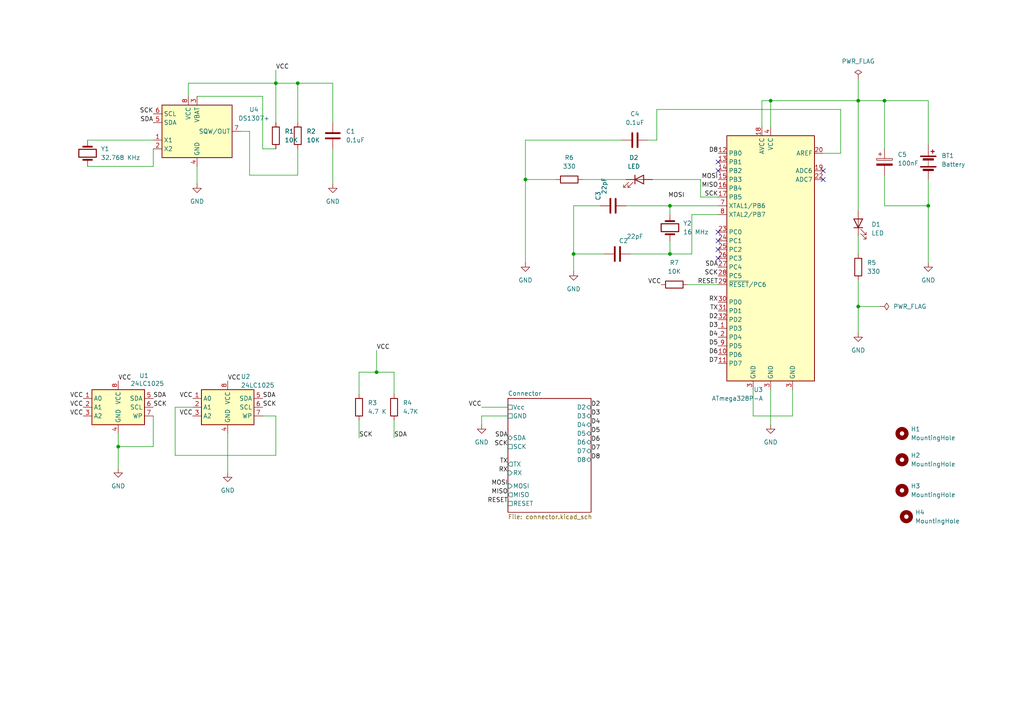
<source format=kicad_sch>
(kicad_sch (version 20231120) (generator "eeschema") (generator_version "8.0")
  (paper "A4")
  (lib_symbols
    (symbol "Device:Battery" (pin_numbers hide) (pin_names (offset 0) hide)
      (property "Reference" "BT" (at 2.54 2.54 0))
      (property "Value" "Battery" (at 2.54 0 0))
      (symbol "Battery_0_1"
        (rectangle (start -2.286 -1.27) (end 2.286 -1.524) (fill (type outline)))
        (rectangle (start -2.286 1.778) (end 2.286 1.524) (fill (type outline)))
        (rectangle (start -1.524 -2.032) (end 1.524 -2.54) (fill (type outline)))
        (rectangle (start -1.524 1.016) (end 1.524 0.508) (fill (type outline)))
        (polyline (pts (xy 0 -1.016) (xy 0 -0.762)))
        (polyline (pts (xy 0 -0.508) (xy 0 -0.254)))
        (polyline (pts (xy 0 0) (xy 0 0.254)))
        (polyline (pts (xy 0 1.778) (xy 0 2.54)))
        (polyline (pts (xy 0.762 3.048) (xy 1.778 3.048)) (stroke (width 0.254)))
        (polyline (pts (xy 1.27 3.556) (xy 1.27 2.54)) (stroke (width 0.254)))
      )
      (symbol "Battery_1_1"
        (pin passive line (at 0 5.08 270) (length 2.54) (name "+") (number "1"))
        (pin passive line (at 0 -5.08 90) (length 2.54) (name "-") (number "2"))
      )
    )
    (symbol "Device:C" (pin_numbers hide) (pin_names (offset 0.254))
      (property "Reference" "C" (at 0.635 2.54 0))
      (property "Value" "C" (at 0.635 -2.54 0))
      (symbol "C_0_1"
        (polyline (pts (xy -2.032 -0.762) (xy 2.032 -0.762)) (stroke (width 0.508)))
        (polyline (pts (xy -2.032 0.762) (xy 2.032 0.762)) (stroke (width 0.508)))
      )
      (symbol "C_1_1"
        (pin passive line (at 0 3.81 270) (length 2.794) (name "~") (number "1"))
        (pin passive line (at 0 -3.81 90) (length 2.794) (name "~") (number "2"))
      )
    )
    (symbol "Device:C_Polarized" (pin_numbers hide) (pin_names (offset 0.254))
      (property "Reference" "C" (at 0.635 2.54 0))
      (property "Value" "C_Polarized" (at 0.635 -2.54 0))
      (symbol "C_Polarized_0_1"
        (rectangle (start -2.286 0.508) (end 2.286 1.016))
        (polyline (pts (xy -1.778 2.286) (xy -0.762 2.286)))
        (polyline (pts (xy -1.27 2.794) (xy -1.27 1.778)))
        (rectangle (start 2.286 -0.508) (end -2.286 -1.016) (fill (type outline)))
      )
      (symbol "C_Polarized_1_1"
        (pin passive line (at 0 3.81 270) (length 2.794) (name "~") (number "1"))
        (pin passive line (at 0 -3.81 90) (length 2.794) (name "~") (number "2"))
      )
    )
    (symbol "Device:Crystal" (pin_numbers hide) (pin_names (offset 1.016) hide)
      (property "Reference" "Y" (at 0 3.81 0))
      (property "Value" "Crystal" (at 0 -3.81 0))
      (symbol "Crystal_0_1"
        (rectangle (start -1.143 2.54) (end 1.143 -2.54) (stroke (width 0.3048)))
        (polyline (pts (xy -2.54 0) (xy -1.905 0)))
        (polyline (pts (xy -1.905 -1.27) (xy -1.905 1.27)) (stroke (width 0.508)))
        (polyline (pts (xy 1.905 -1.27) (xy 1.905 1.27)) (stroke (width 0.508)))
        (polyline (pts (xy 2.54 0) (xy 1.905 0)))
      )
      (symbol "Crystal_1_1"
        (pin passive line (at -3.81 0 0) (length 1.27) (name "1") (number "1"))
        (pin passive line (at 3.81 0 180) (length 1.27) (name "2") (number "2"))
      )
    )
    (symbol "Device:LED" (pin_numbers hide) (pin_names (offset 1.016) hide)
      (property "Reference" "D" (at 0 2.54 0))
      (property "Value" "LED" (at 0 -2.54 0))
      (symbol "LED_0_1"
        (polyline (pts (xy -1.27 -1.27) (xy -1.27 1.27)) (stroke (width 0.254)))
        (polyline (pts (xy -1.27 0) (xy 1.27 0)))
        (polyline (pts (xy 1.27 -1.27) (xy 1.27 1.27) (xy -1.27 0) (xy 1.27 -1.27)) (stroke (width 0.254)))
        (polyline (pts (xy -3.048 -0.762) (xy -4.572 -2.286) (xy -3.81 -2.286) (xy -4.572 -2.286) (xy -4.572 -1.524)))
        (polyline (pts (xy -1.778 -0.762) (xy -3.302 -2.286) (xy -2.54 -2.286) (xy -3.302 -2.286) (xy -3.302 -1.524)))
      )
      (symbol "LED_1_1"
        (pin passive line (at -3.81 0 0) (length 2.54) (name "K") (number "1"))
        (pin passive line (at 3.81 0 180) (length 2.54) (name "A") (number "2"))
      )
    )
    (symbol "Device:R" (pin_numbers hide) (pin_names (offset 0))
      (property "Reference" "R" (at 2.032 0 90))
      (property "Value" "R" (at 0 0 90))
      (symbol "R_0_1"
        (rectangle (start -1.016 -2.54) (end 1.016 2.54) (stroke (width 0.254)))
      )
      (symbol "R_1_1"
        (pin passive line (at 0 3.81 270) (length 1.27) (name "~") (number "1"))
        (pin passive line (at 0 -3.81 90) (length 1.27) (name "~") (number "2"))
      )
    )
    (symbol "MCU_Microchip_ATmega:ATmega328P-A"
      (property "Reference" "U3" (at 2.1941 -38.1 0))
      (property "Value" "ATmega328P-A" (at 2.1941 -40.64 0))
      (symbol "ATmega328P-A_0_1"
        (rectangle (start -12.7 -35.56) (end 12.7 35.56) (stroke (width 0.254)) (fill (type background)))
      )
      (symbol "ATmega328P-A_1_1"
        (pin bidirectional line (at 15.24 -20.32 180) (length 2.54) (name "PD3") (number "1"))
        (pin bidirectional line (at 15.24 -27.94 180) (length 2.54) (name "PD6") (number "10"))
        (pin bidirectional line (at 15.24 -30.48 180) (length 2.54) (name "PD7") (number "11"))
        (pin bidirectional line (at 15.24 30.48 180) (length 2.54) (name "PB0") (number "12"))
        (pin bidirectional line (at 15.24 27.94 180) (length 2.54) (name "PB1") (number "13"))
        (pin bidirectional line (at 15.24 25.4 180) (length 2.54) (name "PB2") (number "14"))
        (pin bidirectional line (at 15.24 22.86 180) (length 2.54) (name "PB3") (number "15"))
        (pin bidirectional line (at 15.24 20.32 180) (length 2.54) (name "PB4") (number "16"))
        (pin bidirectional line (at 15.24 17.78 180) (length 2.54) (name "PB5") (number "17"))
        (pin power_in line (at 2.54 38.1 270) (length 2.54) (name "AVCC") (number "18"))
        (pin input line (at -15.24 25.4 0) (length 2.54) (name "ADC6") (number "19"))
        (pin bidirectional line (at 15.24 -22.86 180) (length 2.54) (name "PD4") (number "2"))
        (pin passive line (at -15.24 30.48 0) (length 2.54) (name "AREF") (number "20"))
        (pin passive line (at 0 -38.1 90) (length 2.54) hide (name "GND") (number "21"))
        (pin input line (at -15.24 22.86 0) (length 2.54) (name "ADC7") (number "22"))
        (pin bidirectional line (at 15.24 7.62 180) (length 2.54) (name "PC0") (number "23"))
        (pin bidirectional line (at 15.24 5.08 180) (length 2.54) (name "PC1") (number "24"))
        (pin bidirectional line (at 15.24 2.54 180) (length 2.54) (name "PC2") (number "25"))
        (pin bidirectional line (at 15.24 0 180) (length 2.54) (name "PC3") (number "26"))
        (pin bidirectional line (at 15.24 -2.54 180) (length 2.54) (name "PC4") (number "27"))
        (pin bidirectional line (at 15.24 -5.08 180) (length 2.54) (name "PC5") (number "28"))
        (pin bidirectional line (at 15.24 -7.62 180) (length 2.54) (name "~{RESET}/PC6") (number "29"))
        (pin power_in line (at -6.35 -38.1 90) (length 2.54) (name "GND") (number "3"))
        (pin power_in line (at 0 -38.1 90) (length 2.54) (name "GND") (number "3"))
        (pin power_in line (at 5.08 -38.1 90) (length 2.54) (name "GND") (number "3"))
        (pin bidirectional line (at 15.24 -12.7 180) (length 2.54) (name "PD0") (number "30"))
        (pin bidirectional line (at 15.24 -15.24 180) (length 2.54) (name "PD1") (number "31"))
        (pin bidirectional line (at 15.24 -17.78 180) (length 2.54) (name "PD2") (number "32"))
        (pin power_in line (at 0 38.1 270) (length 2.54) (name "VCC") (number "4"))
        (pin passive line (at 0 -38.1 90) (length 2.54) hide (name "GND") (number "5"))
        (pin passive line (at 0 38.1 270) (length 2.54) hide (name "VCC") (number "6"))
        (pin bidirectional line (at 15.24 15.24 180) (length 2.54) (name "XTAL1/PB6") (number "7"))
        (pin bidirectional line (at 15.24 12.7 180) (length 2.54) (name "XTAL2/PB7") (number "8"))
        (pin bidirectional line (at 15.24 -25.4 180) (length 2.54) (name "PD5") (number "9"))
      )
    )
    (symbol "Mechanical:MountingHole" (pin_names (offset 1.016)) (exclude_from_sim yes) (in_bom no)
      (property "Reference" "H" (at 0 5.08 0))
      (property "Value" "MountingHole" (at 0 3.175 0))
      (symbol "MountingHole_0_1"
        (circle (center 0 0) (radius 1.27) (stroke (width 1.27)))
      )
    )
    (symbol "Memory_EEPROM:24LC1025"
      (property "Reference" "U" (at -6.35 6.35 0))
      (property "Value" "24LC1025" (at 1.27 6.35 0))
      (symbol "24LC1025_1_1"
        (rectangle (start -7.62 5.08) (end 7.62 -5.08) (stroke (width 0.254)) (fill (type background)))
        (pin input line (at -10.16 2.54 0) (length 2.54) (name "A0") (number "1"))
        (pin input line (at -10.16 0 0) (length 2.54) (name "A1") (number "2"))
        (pin input line (at -10.16 -2.54 0) (length 2.54) (name "A2") (number "3"))
        (pin power_in line (at 0 -7.62 90) (length 2.54) (name "GND") (number "4"))
        (pin bidirectional line (at 10.16 2.54 180) (length 2.54) (name "SDA") (number "5"))
        (pin input line (at 10.16 0 180) (length 2.54) (name "SCL") (number "6"))
        (pin input line (at 10.16 -2.54 180) (length 2.54) (name "WP") (number "7"))
        (pin power_in line (at 0 7.62 270) (length 2.54) (name "VCC") (number "8"))
      )
    )
    (symbol "Timer_RTC:DS1307+"
      (property "Reference" "U" (at -8.89 8.89 0))
      (property "Value" "DS1307+" (at 1.27 8.89 0))
      (symbol "DS1307+_0_1"
        (rectangle (start -10.16 7.62) (end 10.16 -7.62) (stroke (width 0.254)) (fill (type background)))
      )
      (symbol "DS1307+_1_1"
        (pin input line (at -12.7 -2.54 0) (length 2.54) (name "X1") (number "1"))
        (pin input line (at -12.7 -5.08 0) (length 2.54) (name "X2") (number "2"))
        (pin power_in line (at 0 10.16 270) (length 2.54) (name "VBAT") (number "3"))
        (pin power_in line (at 0 -10.16 90) (length 2.54) (name "GND") (number "4"))
        (pin bidirectional line (at -12.7 2.54 0) (length 2.54) (name "SDA") (number "5"))
        (pin input line (at -12.7 5.08 0) (length 2.54) (name "SCL") (number "6"))
        (pin open_collector line (at 12.7 0 180) (length 2.54) (name "SQW/OUT") (number "7"))
        (pin power_in line (at -2.54 10.16 270) (length 2.54) (name "VCC") (number "8"))
      )
    )
    (symbol "power:GND" (power) (pin_numbers hide) (pin_names (offset 0) hide)
      (property "Value" "GND" (at 0 -3.81 0))
      (symbol "GND_0_1"
        (polyline (pts (xy 0 0) (xy 0 -1.27) (xy 1.27 -1.27) (xy 0 -2.54) (xy -1.27 -1.27) (xy 0 -1.27)))
      )
      (symbol "GND_1_1"
        (pin power_in line (at 0 0 270) (length 0) (name "~") (number "1"))
      )
    )
    (symbol "power:PWR_FLAG" (power) (pin_numbers hide) (pin_names (offset 0) hide)
      (property "Value" "PWR_FLAG" (at 0 3.81 0))
      (symbol "PWR_FLAG_0_0"
        (pin power_out line (at 0 0 90) (length 0) (name "~") (number "1"))
      )
      (symbol "PWR_FLAG_0_1"
        (polyline (pts (xy 0 0) (xy 0 1.27) (xy -1.016 1.905) (xy 0 2.54) (xy 1.016 1.905) (xy 0 1.27)))
      )
    )
  )
  (junction (at 80.01 24.13))
  (junction (at 269.24 59.69))
  (junction (at 256.54 29.21))
  (junction (at 34.29 129.54))
  (junction (at 223.52 29.21))
  (junction (at 86.36 24.13))
  (junction (at 248.92 88.9))
  (junction (at 194.31 73.66))
  (junction (at 152.4 52.07))
  (junction (at 166.37 73.66))
  (junction (at 109.22 107.95))
  (junction (at 248.92 29.21))
  (junction (at 194.31 59.69))
  (no_connect (at 208.28 46.99))
  (no_connect (at 238.76 49.53))
  (no_connect (at 208.28 72.39))
  (no_connect (at 208.28 74.93))
  (no_connect (at 238.76 52.07))
  (no_connect (at 208.28 69.85))
  (no_connect (at 208.28 67.31))
  (no_connect (at 208.28 49.53))
  (wire (pts (xy 50.8 132.08) (xy 50.8 118.11)))
  (wire (pts (xy 80.01 120.65) (xy 80.01 132.08)))
  (wire (pts (xy 96.52 43.18) (xy 96.52 53.34)))
  (wire (pts (xy 96.52 24.13) (xy 96.52 35.56)))
  (wire (pts (xy 86.36 24.13) (xy 86.36 35.56)))
  (wire (pts (xy 256.54 59.69) (xy 269.24 59.69)))
  (wire (pts (xy 44.45 48.26) (xy 44.45 43.18)))
  (wire (pts (xy 139.7 123.19) (xy 139.7 120.65)))
  (wire (pts (xy 256.54 50.8) (xy 256.54 59.69)))
  (wire (pts (xy 25.4 48.26) (xy 44.45 48.26)))
  (wire (pts (xy 86.36 50.8) (xy 86.36 43.18)))
  (wire (pts (xy 166.37 73.66) (xy 175.26 73.66)))
  (wire (pts (xy 152.4 52.07) (xy 152.4 76.2)))
  (wire (pts (xy 152.4 40.64) (xy 152.4 52.07)))
  (wire (pts (xy 194.31 69.85) (xy 194.31 73.66)))
  (wire (pts (xy 203.2 52.07) (xy 189.23 52.07)))
  (wire (pts (xy 80.01 20.32) (xy 80.01 24.13)))
  (wire (pts (xy 248.92 29.21) (xy 248.92 60.96)))
  (wire (pts (xy 25.4 40.64) (xy 44.45 40.64)))
  (wire (pts (xy 57.15 27.94) (xy 76.2 27.94)))
  (wire (pts (xy 223.52 113.03) (xy 223.52 123.19)))
  (wire (pts (xy 104.14 114.3) (xy 104.14 107.95)))
  (wire (pts (xy 80.01 24.13) (xy 86.36 24.13)))
  (wire (pts (xy 203.2 57.15) (xy 203.2 52.07)))
  (wire (pts (xy 223.52 29.21) (xy 223.52 36.83)))
  (wire (pts (xy 238.76 44.45) (xy 243.84 44.45)))
  (wire (pts (xy 248.92 88.9) (xy 248.92 96.52)))
  (wire (pts (xy 54.61 27.94) (xy 54.61 24.13)))
  (wire (pts (xy 80.01 24.13) (xy 80.01 35.56)))
  (wire (pts (xy 86.36 24.13) (xy 96.52 24.13)))
  (wire (pts (xy 34.29 129.54) (xy 34.29 135.89)))
  (wire (pts (xy 220.98 29.21) (xy 223.52 29.21)))
  (wire (pts (xy 218.44 120.65) (xy 229.87 120.65)))
  (wire (pts (xy 166.37 59.69) (xy 166.37 73.66)))
  (wire (pts (xy 54.61 24.13) (xy 80.01 24.13)))
  (wire (pts (xy 139.7 120.65) (xy 147.32 120.65)))
  (wire (pts (xy 66.04 125.73) (xy 66.04 137.16)))
  (wire (pts (xy 243.84 31.75) (xy 190.5 31.75)))
  (wire (pts (xy 194.31 59.69) (xy 194.31 62.23)))
  (wire (pts (xy 80.01 132.08) (xy 50.8 132.08)))
  (wire (pts (xy 180.34 40.64) (xy 152.4 40.64)))
  (wire (pts (xy 161.29 52.07) (xy 152.4 52.07)))
  (wire (pts (xy 269.24 59.69) (xy 269.24 76.2)))
  (wire (pts (xy 248.92 88.9) (xy 255.27 88.9)))
  (wire (pts (xy 76.2 43.18) (xy 80.01 43.18)))
  (wire (pts (xy 173.99 59.69) (xy 166.37 59.69)))
  (wire (pts (xy 166.37 73.66) (xy 166.37 78.74)))
  (wire (pts (xy 248.92 22.86) (xy 248.92 29.21)))
  (wire (pts (xy 114.3 121.92) (xy 114.3 127)))
  (wire (pts (xy 200.66 62.23) (xy 200.66 73.66)))
  (wire (pts (xy 190.5 31.75) (xy 190.5 40.64)))
  (wire (pts (xy 114.3 107.95) (xy 114.3 114.3)))
  (wire (pts (xy 76.2 120.65) (xy 80.01 120.65)))
  (wire (pts (xy 57.15 48.26) (xy 57.15 53.34)))
  (wire (pts (xy 248.92 81.28) (xy 248.92 88.9)))
  (wire (pts (xy 229.87 120.65) (xy 229.87 113.03)))
  (wire (pts (xy 208.28 57.15) (xy 203.2 57.15)))
  (wire (pts (xy 139.7 118.11) (xy 147.32 118.11)))
  (wire (pts (xy 220.98 29.21) (xy 220.98 36.83)))
  (wire (pts (xy 248.92 29.21) (xy 256.54 29.21)))
  (wire (pts (xy 200.66 73.66) (xy 194.31 73.66)))
  (wire (pts (xy 109.22 107.95) (xy 114.3 107.95)))
  (wire (pts (xy 208.28 59.69) (xy 194.31 59.69)))
  (wire (pts (xy 104.14 107.95) (xy 109.22 107.95)))
  (wire (pts (xy 199.39 82.55) (xy 208.28 82.55)))
  (wire (pts (xy 208.28 62.23) (xy 200.66 62.23)))
  (wire (pts (xy 256.54 29.21) (xy 256.54 43.18)))
  (wire (pts (xy 218.44 113.03) (xy 218.44 120.65)))
  (wire (pts (xy 104.14 121.92) (xy 104.14 127)))
  (wire (pts (xy 243.84 44.45) (xy 243.84 31.75)))
  (wire (pts (xy 72.39 38.1) (xy 72.39 50.8)))
  (wire (pts (xy 187.96 40.64) (xy 190.5 40.64)))
  (wire (pts (xy 72.39 50.8) (xy 86.36 50.8)))
  (wire (pts (xy 109.22 101.6) (xy 109.22 107.95)))
  (wire (pts (xy 256.54 29.21) (xy 269.24 29.21)))
  (wire (pts (xy 223.52 29.21) (xy 248.92 29.21)))
  (wire (pts (xy 44.45 120.65) (xy 44.45 129.54)))
  (wire (pts (xy 248.92 68.58) (xy 248.92 73.66)))
  (wire (pts (xy 44.45 129.54) (xy 34.29 129.54)))
  (wire (pts (xy 34.29 125.73) (xy 34.29 129.54)))
  (wire (pts (xy 69.85 38.1) (xy 72.39 38.1)))
  (wire (pts (xy 50.8 118.11) (xy 55.88 118.11)))
  (wire (pts (xy 76.2 27.94) (xy 76.2 43.18)))
  (wire (pts (xy 269.24 29.21) (xy 269.24 41.91)))
  (wire (pts (xy 269.24 59.69) (xy 269.24 52.07)))
  (wire (pts (xy 181.61 59.69) (xy 194.31 59.69)))
  (wire (pts (xy 194.31 73.66) (xy 182.88 73.66)))
  (wire (pts (xy 168.91 52.07) (xy 181.61 52.07)))
  (label "SDA" (at 147.32 127 180))
  (label "VCC" (at 109.22 101.6 0))
  (label "SDA" (at 208.28 77.47 180))
  (label "VCC" (at 55.88 115.57 180))
  (label "D5" (at 171.45 125.73 0))
  (label "VCC" (at 24.13 120.65 180))
  (label "D3" (at 208.28 95.25 180))
  (label "TX" (at 147.32 134.62 180))
  (label "D7" (at 171.45 130.81 0))
  (label "RX" (at 147.32 137.16 180))
  (label "D2" (at 171.45 118.11 0))
  (label "D8" (at 208.28 44.45 180))
  (label "D6" (at 171.45 128.27 0))
  (label "VCC" (at 80.01 20.32 0))
  (label "SDA" (at 76.2 115.57 0))
  (label "SCK" (at 44.45 118.11 0))
  (label "SCK" (at 208.28 57.15 180))
  (label "D8" (at 171.45 133.35 0))
  (label "MOSI" (at 147.32 140.97 180))
  (label "SCK" (at 208.28 80.01 180))
  (label "SCK" (at 104.14 127 0))
  (label "VCC" (at 24.13 115.57 180))
  (label "VCC" (at 139.7 118.11 180))
  (label "SDA" (at 44.45 35.56 180))
  (label "D7" (at 208.28 105.41 180))
  (label "SCK" (at 147.32 129.54 180))
  (label "D2" (at 208.28 92.71 180))
  (label "MISO" (at 147.32 143.51 180))
  (label "VCC" (at 66.04 110.49 0))
  (label "VCC" (at 34.29 110.49 0))
  (label "RX" (at 208.28 87.63 180))
  (label "VCC" (at 55.88 120.65 180))
  (label "MOSI" (at 208.28 52.07 180))
  (label "SDA" (at 44.45 115.57 0))
  (label "SCK" (at 76.2 118.11 0))
  (label "RESET" (at 208.28 82.55 180))
  (label "SDA" (at 114.3 127 0))
  (label "MOSI" (at 198.5741 57.555 180))
  (label "SCK" (at 44.45 33.02 180))
  (label "TX" (at 208.28 90.17 180))
  (label "D6" (at 208.28 102.87 180))
  (label "VCC" (at 24.13 118.11 180))
  (label "RESET" (at 147.32 146.05 180))
  (label "D5" (at 208.28 100.33 180))
  (label "D4" (at 171.45 123.19 0))
  (label "D4" (at 208.28 97.79 180))
  (label "MISO" (at 208.28 54.61 180))
  (label "VCC" (at 191.77 82.55 180))
  (label "D3" (at 171.45 120.65 0))
  (symbol (lib_id "Mechanical:MountingHole") (at 261.62 142.24 0) (unit 1) (exclude_from_sim yes) (in_bom no)
    (property "Reference" "H3" (at 264.16 140.9699 0) (effects (justify left)))
    (property "Value" "MountingHole" (at 264.16 143.5099 0) (effects (justify left)))
    (property "Footprint" "MountingHole:MountingHole_2.1mm" (effects (hide yes)))
    (property "Description" "Mounting Hole without connection" (effects (hide yes)))
  )
  (symbol (lib_id "Mechanical:MountingHole") (at 261.62 125.73 0) (unit 1) (exclude_from_sim yes) (in_bom no)
    (property "Reference" "H1" (at 264.16 124.4599 0) (effects (justify left)))
    (property "Value" "MountingHole" (at 264.16 126.9999 0) (effects (justify left)))
    (property "Footprint" "MountingHole:MountingHole_2.1mm" (effects (hide yes)))
    (property "Description" "Mounting Hole without connection" (effects (hide yes)))
  )
  (symbol (lib_id "Device:R") (at 114.3 118.11 0) (unit 1)
    (property "Reference" "R4" (at 116.84 116.8399 0) (effects (justify left)))
    (property "Value" "4.7K" (at 116.84 119.3799 0) (effects (justify left)))
    (property "Footprint" "Resistor_SMD:R_0805_2012Metric" (effects (hide yes)))
    (property "Description" "Resistor" (effects (hide yes)))
  )
  (symbol (lib_id "power:PWR_FLAG") (at 248.92 22.86 0) (unit 1)
    (property "Reference" "#FLG01" (effects (hide yes)))
    (property "Value" "PWR_FLAG" (at 248.92 17.78 0))
    (property "Description" "Special symbol for telling ERC where power comes from" (effects (hide yes)))
  )
  (symbol (lib_id "Device:C") (at 177.8 59.69 90) (unit 1)
    (property "Reference" "C3" (at 173.482 58.166 0) (effects (justify left)))
    (property "Value" "22pF" (at 175.26 56.388 0) (effects (justify left)))
    (property "Footprint" "Capacitor_SMD:C_0805_2012Metric" (effects (hide yes)))
    (property "Description" "Unpolarized capacitor" (effects (hide yes)))
  )
  (symbol (lib_id "power:GND") (at 66.04 137.16 0) (unit 1)
    (property "Reference" "#PWR04" (effects (hide yes)))
    (property "Value" "GND" (at 66.04 142.24 0))
    (property "Description" "Power symbol creates a global label with name \"GND\" , ground" (effects (hide yes)))
  )
  (symbol (lib_id "Mechanical:MountingHole") (at 261.62 133.35 0) (unit 1) (exclude_from_sim yes) (in_bom no)
    (property "Reference" "H2" (at 264.16 132.0799 0) (effects (justify left)))
    (property "Value" "MountingHole" (at 264.16 134.6199 0) (effects (justify left)))
    (property "Footprint" "MountingHole:MountingHole_2.1mm" (effects (hide yes)))
    (property "Description" "Mounting Hole without connection" (effects (hide yes)))
  )
  (symbol (lib_id "Device:C_Polarized") (at 256.54 46.99 0) (unit 1)
    (property "Reference" "C5" (at 260.35 44.8309 0) (effects (justify left)))
    (property "Value" "100nF" (at 260.35 47.3709 0) (effects (justify left)))
    (property "Footprint" "Capacitor_SMD:C_0805_2012Metric" (effects (hide yes)))
    (property "Description" "Polarized capacitor" (effects (hide yes)))
  )
  (symbol (lib_id "power:GND") (at 166.37 78.74 0) (unit 1)
    (property "Reference" "#PWR08" (effects (hide yes)))
    (property "Value" "GND" (at 166.37 83.82 0))
    (property "Description" "Power symbol creates a global label with name \"GND\" , ground" (effects (hide yes)))
  )
  (symbol (lib_id "Device:C") (at 184.15 40.64 90) (unit 1)
    (property "Reference" "C4" (at 184.15 33.02 90))
    (property "Value" "0.1uF" (at 184.15 35.56 90))
    (property "Footprint" "Capacitor_SMD:C_0805_2012Metric" (effects (hide yes)))
    (property "Description" "Unpolarized capacitor" (effects (hide yes)))
  )
  (symbol (lib_id "Memory_EEPROM:24LC1025") (at 66.04 118.11 0) (unit 1)
    (property "Reference" "U2" (at 69.85 109.22 0) (effects (justify left)))
    (property "Value" "24LC1025" (at 69.85 111.76 0) (effects (justify left)))
    (property "Footprint" "Package_SO:SOIC-8_5.23x5.23mm_P1.27mm" (effects (hide yes)))
    (property "Datasheet" "http://ww1.microchip.com/downloads/en/DeviceDoc/21941B.pdf" (effects (hide yes)))
    (property "Description" "I2C Serial EEPROM, 1024Kb, DIP-8/SOIC-8/TSSOP-8/DFN-8" (effects (hide yes)))
  )
  (symbol (lib_id "power:GND") (at 152.4 76.2 0) (unit 1)
    (property "Reference" "#PWR09" (effects (hide yes)))
    (property "Value" "GND" (at 152.4 81.28 0))
    (property "Description" "Power symbol creates a global label with name \"GND\" , ground" (effects (hide yes)))
  )
  (symbol (lib_id "Device:R") (at 195.58 82.55 90) (unit 1)
    (property "Reference" "R7" (at 195.58 76.2 90))
    (property "Value" "10K" (at 195.58 78.74 90))
    (property "Footprint" "Resistor_SMD:R_0805_2012Metric" (effects (hide yes)))
    (property "Description" "Resistor" (effects (hide yes)))
  )
  (symbol (lib_id "Device:C") (at 96.52 39.37 180) (unit 1)
    (property "Reference" "C1" (at 100.33 38.0999 0) (effects (justify right)))
    (property "Value" "0.1uF" (at 100.33 40.6399 0) (effects (justify right)))
    (property "Footprint" "Capacitor_SMD:C_0805_2012Metric" (effects (hide yes)))
    (property "Description" "Unpolarized capacitor" (effects (hide yes)))
  )
  (symbol (lib_id "power:GND") (at 34.29 135.89 0) (unit 1)
    (property "Reference" "#PWR03" (effects (hide yes)))
    (property "Value" "GND" (at 34.29 140.97 0))
    (property "Description" "Power symbol creates a global label with name \"GND\" , ground" (effects (hide yes)))
  )
  (symbol (lib_id "Device:Crystal") (at 194.31 66.04 90) (unit 1)
    (property "Reference" "Y2" (at 198.12 64.7699 90) (effects (justify right)))
    (property "Value" "16 MHz" (at 198.12 67.3099 90) (effects (justify right)))
    (property "Footprint" "Crystal:Crystal_SMD_5032-2Pin_5.0x3.2mm" (effects (hide yes)))
    (property "Description" "Two pin crystal" (effects (hide yes)))
  )
  (symbol (lib_id "Device:R") (at 248.92 77.47 0) (unit 1)
    (property "Reference" "R5" (at 251.46 76.1999 0) (effects (justify left)))
    (property "Value" "330" (at 251.46 78.7399 0) (effects (justify left)))
    (property "Footprint" "Resistor_SMD:R_0805_2012Metric" (effects (hide yes)))
    (property "Description" "Resistor" (effects (hide yes)))
  )
  (symbol (lib_id "Device:LED") (at 248.92 64.77 90) (unit 1)
    (property "Reference" "D1" (at 252.73 65.0874 90) (effects (justify right)))
    (property "Value" "LED" (at 252.73 67.6274 90) (effects (justify right)))
    (property "Footprint" "LED_SMD:LED_0805_2012Metric" (effects (hide yes)))
    (property "Description" "Light emitting diode" (effects (hide yes)))
  )
  (symbol (lib_id "Mechanical:MountingHole") (at 262.89 149.86 0) (unit 1) (exclude_from_sim yes) (in_bom no)
    (property "Reference" "H4" (at 265.43 148.5899 0) (effects (justify left)))
    (property "Value" "MountingHole" (at 265.43 151.1299 0) (effects (justify left)))
    (property "Footprint" "MountingHole:MountingHole_2.1mm" (effects (hide yes)))
    (property "Description" "Mounting Hole without connection" (effects (hide yes)))
  )
  (symbol (lib_id "power:GND") (at 57.15 53.34 0) (unit 1)
    (property "Reference" "#PWR01" (effects (hide yes)))
    (property "Value" "GND" (at 57.15 58.42 0))
    (property "Description" "Power symbol creates a global label with name \"GND\" , ground" (effects (hide yes)))
  )
  (symbol (lib_id "Device:R") (at 104.14 118.11 0) (unit 1)
    (property "Reference" "R3" (at 106.68 116.8399 0) (effects (justify left)))
    (property "Value" "4.7 K" (at 106.68 119.3799 0) (effects (justify left)))
    (property "Footprint" "Resistor_SMD:R_0805_2012Metric" (effects (hide yes)))
    (property "Description" "Resistor" (effects (hide yes)))
  )
  (symbol (lib_id "power:GND") (at 223.52 123.19 0) (unit 1)
    (property "Reference" "#PWR05" (effects (hide yes)))
    (property "Value" "GND" (at 223.52 128.27 0))
    (property "Description" "Power symbol creates a global label with name \"GND\" , ground" (effects (hide yes)))
  )
  (symbol (lib_id "power:GND") (at 96.52 53.34 0) (unit 1)
    (property "Reference" "#PWR02" (effects (hide yes)))
    (property "Value" "GND" (at 96.52 58.42 0))
    (property "Description" "Power symbol creates a global label with name \"GND\" , ground" (effects (hide yes)))
  )
  (symbol (lib_id "Device:R") (at 86.36 39.37 0) (unit 1)
    (property "Reference" "R2" (at 88.9 38.0999 0) (effects (justify left)))
    (property "Value" "10K" (at 88.9 40.6399 0) (effects (justify left)))
    (property "Footprint" "Resistor_SMD:R_0805_2012Metric" (effects (hide yes)))
    (property "Description" "Resistor" (effects (hide yes)))
  )
  (symbol (lib_id "Device:R") (at 80.01 39.37 0) (unit 1)
    (property "Reference" "R1" (at 82.55 38.0999 0) (effects (justify left)))
    (property "Value" "10K" (at 82.55 40.6399 0) (effects (justify left)))
    (property "Footprint" "Resistor_SMD:R_0805_2012Metric" (effects (hide yes)))
    (property "Description" "Resistor" (effects (hide yes)))
  )
  (symbol (lib_id "power:GND") (at 139.7 123.19 0) (unit 1)
    (property "Reference" "#PWR010" (effects (hide yes)))
    (property "Value" "GND" (at 139.7 128.27 0))
    (property "Description" "Power symbol creates a global label with name \"GND\" , ground" (effects (hide yes)))
  )
  (symbol (lib_id "Device:R") (at 165.1 52.07 90) (unit 1)
    (property "Reference" "R6" (at 165.1 45.72 90))
    (property "Value" "330" (at 165.1 48.26 90))
    (property "Footprint" "Resistor_SMD:R_0805_2012Metric" (effects (hide yes)))
    (property "Description" "Resistor" (effects (hide yes)))
  )
  (symbol (lib_id "Device:LED") (at 185.42 52.07 0) (unit 1)
    (property "Reference" "D2" (at 183.8325 45.72 0))
    (property "Value" "LED" (at 183.8325 48.26 0))
    (property "Footprint" "LED_SMD:LED_0805_2012Metric" (effects (hide yes)))
    (property "Description" "Light emitting diode" (effects (hide yes)))
  )
  (symbol (lib_id "Memory_EEPROM:24LC1025") (at 34.29 118.11 0) (unit 1)
    (property "Reference" "U1" (at 40.386 108.966 0) (effects (justify left)))
    (property "Value" "24LC1025" (at 37.846 111.252 0) (effects (justify left)))
    (property "Footprint" "Package_SO:SOIC-8_5.23x5.23mm_P1.27mm" (effects (hide yes)))
    (property "Datasheet" "http://ww1.microchip.com/downloads/en/DeviceDoc/21941B.pdf" (effects (hide yes)))
    (property "Description" "I2C Serial EEPROM, 1024Kb, DIP-8/SOIC-8/TSSOP-8/DFN-8" (effects (hide yes)))
  )
  (symbol (lib_id "power:GND") (at 248.92 96.52 0) (unit 1)
    (property "Reference" "#PWR06" (effects (hide yes)))
    (property "Value" "GND" (at 248.92 101.6 0))
    (property "Description" "Power symbol creates a global label with name \"GND\" , ground" (effects (hide yes)))
  )
  (symbol (lib_id "power:GND") (at 269.24 76.2 0) (unit 1)
    (property "Reference" "#PWR07" (effects (hide yes)))
    (property "Value" "GND" (at 269.24 81.28 0))
    (property "Description" "Power symbol creates a global label with name \"GND\" , ground" (effects (hide yes)))
  )
  (symbol (lib_id "MCU_Microchip_ATmega:ATmega328P-A") (at 223.52 74.93 0) (mirror y) (unit 1)
    (property "Reference" "U3" (at 221.3259 113.03 0) (effects (justify left)))
    (property "Value" "ATmega328P-A" (at 221.3259 115.57 0) (effects (justify left)))
    (property "Footprint" "Package_QFP:TQFP-32_7x7mm_P0.8mm" (effects (hide yes)))
    (property "Datasheet" "http://ww1.microchip.com/downloads/en/DeviceDoc/ATmega328_P%20AVR%20MCU%20with%20picoPower%20Technology%20Data%20Sheet%2040001984A.pdf" (effects (hide yes)))
    (property "Description" "20MHz, 32kB Flash, 2kB SRAM, 1kB EEPROM, TQFP-32" (effects (hide yes)))
  )
  (symbol (lib_id "Device:Battery") (at 269.24 46.99 0) (unit 1)
    (property "Reference" "BT1" (at 273.05 45.1484 0) (effects (justify left)))
    (property "Value" "Battery" (at 273.05 47.6884 0) (effects (justify left)))
    (property "Footprint" "Connector_PinHeader_2.54mm:PinHeader_1x02_P2.54mm_Vertical" (effects (hide yes)))
    (property "Description" "Multiple-cell battery" (effects (hide yes)))
  )
  (symbol (lib_id "Device:C") (at 179.07 73.66 90) (unit 1)
    (property "Reference" "C2" (at 180.848 69.85 90))
    (property "Value" "22pF" (at 184.15 68.58 90))
    (property "Footprint" "Capacitor_SMD:C_0805_2012Metric" (effects (hide yes)))
    (property "Description" "Unpolarized capacitor" (effects (hide yes)))
  )
  (symbol (lib_id "Device:Crystal") (at 25.4 44.45 90) (unit 1)
    (property "Reference" "Y1" (at 29.21 43.1799 90) (effects (justify right)))
    (property "Value" "32.768 KHz" (at 29.21 45.7199 90) (effects (justify right)))
    (property "Footprint" "Crystal:Crystal_SMD_5032-2Pin_5.0x3.2mm" (effects (hide yes)))
    (property "Description" "Two pin crystal" (effects (hide yes)))
  )
  (symbol (lib_id "power:PWR_FLAG") (at 255.27 88.9 270) (unit 1)
    (property "Reference" "#FLG02" (effects (hide yes)))
    (property "Value" "PWR_FLAG" (at 259.08 88.8999 90) (effects (justify left)))
    (property "Description" "Special symbol for telling ERC where power comes from" (effects (hide yes)))
  )
  (symbol (lib_id "Timer_RTC:DS1307+") (at 57.15 38.1 0) (unit 1)
    (property "Reference" "U4" (at 73.66 31.7814 0))
    (property "Value" "DS1307+" (at 73.66 34.3214 0))
    (property "Footprint" "Package_DIP:DIP-8_W7.62mm" (effects (hide yes)))
    (property "Datasheet" "https://datasheets.maximintegrated.com/en/ds/DS1307.pdf" (effects (hide yes)))
    (property "Description" "64 x 8, Serial, I2C Real-time clock, 4.5V to 5.5V VCC, 0°C to +70°C, DIP-8" (effects (hide yes)))
  )
  (sheet (at 147.32 115.57) (size 24.13 33.02) (stroke (width 0.1524))
    (property "Sheetname" "Connector" (at 147.32 114.8584 0) (effects (justify left bottom)))
    (property "Sheetfile" "connector.kicad_sch" (at 147.32 149.1746 0) (effects (justify left top)))
    (pin "SCK" passive (at 147.32 129.54 180))
    (pin "GND" passive (at 147.32 120.65 180))
    (pin "Vcc" passive (at 147.32 118.11 180))
    (pin "SDA" bidirectional (at 147.32 127 180))
    (pin "RX" input (at 147.32 137.16 180))
    (pin "TX" output (at 147.32 134.62 180))
    (pin "D4" bidirectional (at 171.45 123.19 0))
    (pin "D5" bidirectional (at 171.45 125.73 0))
    (pin "D3" bidirectional (at 171.45 120.65 0))
    (pin "D2" bidirectional (at 171.45 118.11 0))
    (pin "D6" bidirectional (at 171.45 128.27 0))
    (pin "D8" bidirectional (at 171.45 133.35 0))
    (pin "D7" bidirectional (at 171.45 130.81 0))
    (pin "MOSI" input (at 147.32 140.97 180))
    (pin "MISO" output (at 147.32 143.51 180))
    (pin "RESET" passive (at 147.32 146.05 180))
  )
)
</source>
